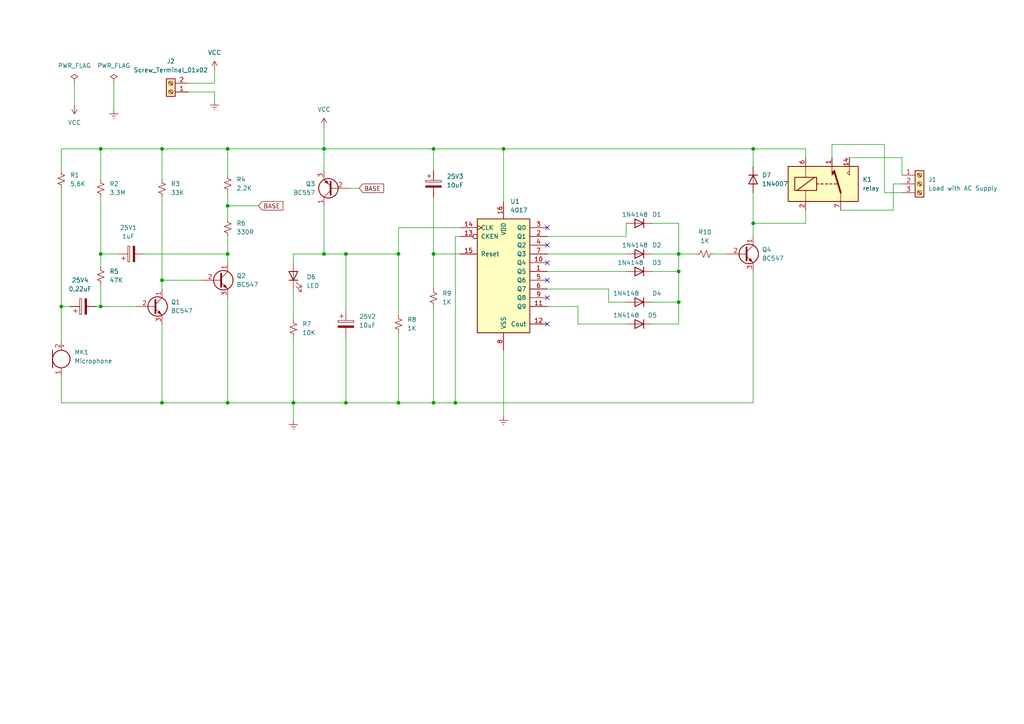
<source format=kicad_sch>
(kicad_sch (version 20230121) (generator eeschema)
  (paper "A4")
  (title_block (title "Clap Controlled Switch ") (date "27.01.2023") (rev "1.0") (company "by Muxtar_Safarov"))
  (lib_symbols
    (symbol "4xxx:4017" (pin_names (offset 1.016))
      (property "Reference" "U" (at -7.62 16.51 0))
      (property "Value" "4017" (at -7.62 -19.05 0))
      (symbol "4017_1_0"
        (pin output line (at 12.7 0 180) (length 5.08) (name "Q5") (number "1"))
        (pin output line (at 12.7 2.54 180) (length 5.08) (name "Q4") (number "10"))
        (pin output line (at 12.7 -10.16 180) (length 5.08) (name "Q9") (number "11"))
        (pin output line (at 12.7 -15.24 180) (length 5.08) (name "Cout") (number "12"))
        (pin input inverted (at -12.7 10.16 0) (length 5.08) (name "CKEN") (number "13"))
        (pin input clock (at -12.7 12.7 0) (length 5.08) (name "CLK") (number "14"))
        (pin input line (at -12.7 5.08 0) (length 5.08) (name "Reset") (number "15"))
        (pin power_in line (at 0 20.32 270) (length 5.08) (name "VDD") (number "16"))
        (pin output line (at 12.7 10.16 180) (length 5.08) (name "Q1") (number "2"))
        (pin output line (at 12.7 12.7 180) (length 5.08) (name "Q0") (number "3"))
        (pin output line (at 12.7 7.62 180) (length 5.08) (name "Q2") (number "4"))
        (pin output line (at 12.7 -2.54 180) (length 5.08) (name "Q6") (number "5"))
        (pin output line (at 12.7 -5.08 180) (length 5.08) (name "Q7") (number "6"))
        (pin output line (at 12.7 5.08 180) (length 5.08) (name "Q3") (number "7"))
        (pin power_in line (at 0 -22.86 90) (length 5.08) (name "VSS") (number "8"))
        (pin output line (at 12.7 -7.62 180) (length 5.08) (name "Q8") (number "9"))
      )
      (symbol "4017_1_1"
        (rectangle (start -7.62 15.24) (end 7.62 -17.78) (stroke (width 0.254)) (fill (type background)))
      )
    )
    (symbol "Connector:Screw_Terminal_01x02" (pin_names (offset 1.016) hide)
      (property "Reference" "J" (at 0 2.54 0))
      (property "Value" "Screw_Terminal_01x02" (at 0 -5.08 0))
      (symbol "Screw_Terminal_01x02_1_1"
        (rectangle (start -1.27 1.27) (end 1.27 -3.81) (stroke (width 0.254)) (fill (type background)))
        (circle (center 0 -2.54) (radius 0.635) (stroke (width 0.1524)))
        (polyline (pts (xy -0.5334 -2.2098) (xy 0.3302 -3.048)) (stroke (width 0.1524)))
        (polyline (pts (xy -0.5334 0.3302) (xy 0.3302 -0.508)) (stroke (width 0.1524)))
        (polyline (pts (xy -0.3556 -2.032) (xy 0.508 -2.8702)) (stroke (width 0.1524)))
        (polyline (pts (xy -0.3556 0.508) (xy 0.508 -0.3302)) (stroke (width 0.1524)))
        (circle (center 0 0) (radius 0.635) (stroke (width 0.1524)))
        (pin passive line (at -5.08 0 0) (length 3.81) (name "Pin_1") (number "1"))
        (pin passive line (at -5.08 -2.54 0) (length 3.81) (name "Pin_2") (number "2"))
      )
    )
    (symbol "Connector:Screw_Terminal_01x03" (pin_names (offset 1.016) hide)
      (property "Reference" "J" (at 0 5.08 0))
      (property "Value" "Screw_Terminal_01x03" (at 0 -5.08 0))
      (symbol "Screw_Terminal_01x03_1_1"
        (rectangle (start -1.27 3.81) (end 1.27 -3.81) (stroke (width 0.254)) (fill (type background)))
        (circle (center 0 -2.54) (radius 0.635) (stroke (width 0.1524)))
        (polyline (pts (xy -0.5334 -2.2098) (xy 0.3302 -3.048)) (stroke (width 0.1524)))
        (polyline (pts (xy -0.5334 0.3302) (xy 0.3302 -0.508)) (stroke (width 0.1524)))
        (polyline (pts (xy -0.5334 2.8702) (xy 0.3302 2.032)) (stroke (width 0.1524)))
        (polyline (pts (xy -0.3556 -2.032) (xy 0.508 -2.8702)) (stroke (width 0.1524)))
        (polyline (pts (xy -0.3556 0.508) (xy 0.508 -0.3302)) (stroke (width 0.1524)))
        (polyline (pts (xy -0.3556 3.048) (xy 0.508 2.2098)) (stroke (width 0.1524)))
        (circle (center 0 0) (radius 0.635) (stroke (width 0.1524)))
        (circle (center 0 2.54) (radius 0.635) (stroke (width 0.1524)))
        (pin passive line (at -5.08 2.54 0) (length 3.81) (name "Pin_1") (number "1"))
        (pin passive line (at -5.08 0 0) (length 3.81) (name "Pin_2") (number "2"))
        (pin passive line (at -5.08 -2.54 0) (length 3.81) (name "Pin_3") (number "3"))
      )
    )
    (symbol "Device:C_Polarized" (pin_numbers hide) (pin_names (offset 0.254))
      (property "Reference" "C" (at 0.635 2.54 0))
      (property "Value" "C_Polarized" (at 0.635 -2.54 0))
      (symbol "C_Polarized_0_1"
        (rectangle (start -2.286 0.508) (end 2.286 1.016))
        (polyline (pts (xy -1.778 2.286) (xy -0.762 2.286)))
        (polyline (pts (xy -1.27 2.794) (xy -1.27 1.778)))
        (rectangle (start 2.286 -0.508) (end -2.286 -1.016) (fill (type outline)))
      )
      (symbol "C_Polarized_1_1"
        (pin passive line (at 0 3.81 270) (length 2.794) (name "~") (number "1"))
        (pin passive line (at 0 -3.81 90) (length 2.794) (name "~") (number "2"))
      )
    )
    (symbol "Device:LED" (pin_numbers hide) (pin_names (offset 1.016) hide)
      (property "Reference" "D" (at 0 2.54 0))
      (property "Value" "LED" (at 0 -2.54 0))
      (symbol "LED_0_1"
        (polyline (pts (xy -1.27 -1.27) (xy -1.27 1.27)) (stroke (width 0.254)))
        (polyline (pts (xy -1.27 0) (xy 1.27 0)))
        (polyline (pts (xy 1.27 -1.27) (xy 1.27 1.27) (xy -1.27 0) (xy 1.27 -1.27)) (stroke (width 0.254)))
        (polyline (pts (xy -3.048 -0.762) (xy -4.572 -2.286) (xy -3.81 -2.286) (xy -4.572 -2.286) (xy -4.572 -1.524)))
        (polyline (pts (xy -1.778 -0.762) (xy -3.302 -2.286) (xy -2.54 -2.286) (xy -3.302 -2.286) (xy -3.302 -1.524)))
      )
      (symbol "LED_1_1"
        (pin passive line (at -3.81 0 0) (length 2.54) (name "K") (number "1"))
        (pin passive line (at 3.81 0 180) (length 2.54) (name "A") (number "2"))
      )
    )
    (symbol "Device:Microphone" (pin_names (offset 0.0254) hide)
      (property "Reference" "MK" (at -3.81 1.27 0))
      (property "Value" "Microphone" (at -3.81 -0.635 0))
      (symbol "Microphone_0_1"
        (polyline (pts (xy -2.54 2.54) (xy -2.54 -2.54)) (stroke (width 0.254)))
        (polyline (pts (xy 0.254 3.81) (xy 0.762 3.81)))
        (polyline (pts (xy 0.508 4.064) (xy 0.508 3.556)))
        (circle (center 0 0) (radius 2.54) (stroke (width 0.254)))
      )
      (symbol "Microphone_1_1"
        (pin passive line (at 0 -5.08 90) (length 2.54) (name "-") (number "1"))
        (pin passive line (at 0 5.08 270) (length 2.54) (name "+") (number "2"))
      )
    )
    (symbol "Device:R_Small_US" (pin_numbers hide) (pin_names (offset 0.254) hide)
      (property "Reference" "R" (at 0.762 0.508 0))
      (property "Value" "R_Small_US" (at 0.762 -1.016 0))
      (symbol "R_Small_US_1_1"
        (polyline (pts (xy 0 0) (xy 1.016 -0.381) (xy 0 -0.762) (xy -1.016 -1.143) (xy 0 -1.524)))
        (polyline (pts (xy 0 1.524) (xy 1.016 1.143) (xy 0 0.762) (xy -1.016 0.381) (xy 0 0)))
        (pin passive line (at 0 2.54 270) (length 1.016) (name "~") (number "1"))
        (pin passive line (at 0 -2.54 90) (length 1.016) (name "~") (number "2"))
      )
    )
    (symbol "Diode:1N4007" (pin_numbers hide) (pin_names hide)
      (property "Reference" "D" (at 0 2.54 0))
      (property "Value" "1N4007" (at 0 -2.54 0))
      (symbol "1N4007_0_1"
        (polyline (pts (xy -1.27 1.27) (xy -1.27 -1.27)) (stroke (width 0.254)))
        (polyline (pts (xy 1.27 0) (xy -1.27 0)))
        (polyline (pts (xy 1.27 1.27) (xy 1.27 -1.27) (xy -1.27 0) (xy 1.27 1.27)) (stroke (width 0.254)))
      )
      (symbol "1N4007_1_1"
        (pin passive line (at -3.81 0 0) (length 2.54) (name "K") (number "1"))
        (pin passive line (at 3.81 0 180) (length 2.54) (name "A") (number "2"))
      )
    )
    (symbol "Diode:1N4148" (pin_numbers hide) (pin_names hide)
      (property "Reference" "D" (at 0 2.54 0))
      (property "Value" "1N4148" (at 0 -2.54 0))
      (symbol "1N4148_0_1"
        (polyline (pts (xy -1.27 1.27) (xy -1.27 -1.27)) (stroke (width 0.254)))
        (polyline (pts (xy 1.27 0) (xy -1.27 0)))
        (polyline (pts (xy 1.27 1.27) (xy 1.27 -1.27) (xy -1.27 0) (xy 1.27 1.27)) (stroke (width 0.254)))
      )
      (symbol "1N4148_1_1"
        (pin passive line (at -3.81 0 0) (length 2.54) (name "K") (number "1"))
        (pin passive line (at 3.81 0 180) (length 2.54) (name "A") (number "2"))
      )
    )
    (symbol "Relay:DIPxx-1Cxx-51x"
      (property "Reference" "K" (at 11.43 3.81 0))
      (property "Value" "DIPxx-1Cxx-51x" (at 11.43 1.27 0))
      (symbol "DIPxx-1Cxx-51x_0_0"
        (polyline (pts (xy 2.54 5.08) (xy 2.54 2.54) (xy 3.175 3.175) (xy 2.54 3.81)) (fill (type outline)))
        (polyline (pts (xy 7.62 5.08) (xy 7.62 2.54) (xy 6.985 3.175) (xy 7.62 3.81)))
      )
      (symbol "DIPxx-1Cxx-51x_0_1"
        (rectangle (start -10.16 5.08) (end 10.16 -5.08) (stroke (width 0.254)) (fill (type background)))
        (rectangle (start -8.255 1.905) (end -1.905 -1.905) (stroke (width 0.254)))
        (polyline (pts (xy -7.62 -1.905) (xy -2.54 1.905)) (stroke (width 0.254)))
        (polyline (pts (xy -5.08 -5.08) (xy -5.08 -1.905)))
        (polyline (pts (xy -5.08 5.08) (xy -5.08 1.905)))
        (polyline (pts (xy -1.905 0) (xy -1.27 0)) (stroke (width 0.254)))
        (polyline (pts (xy -0.635 0) (xy 0 0)) (stroke (width 0.254)))
        (polyline (pts (xy 0.635 0) (xy 1.27 0)) (stroke (width 0.254)))
        (polyline (pts (xy 1.905 0) (xy 2.54 0)) (stroke (width 0.254)))
        (polyline (pts (xy 3.175 0) (xy 3.81 0)) (stroke (width 0.254)))
        (polyline (pts (xy 5.08 -2.54) (xy 3.175 3.81)) (stroke (width 0.508)))
        (polyline (pts (xy 5.08 -2.54) (xy 5.08 -5.08)))
      )
      (symbol "DIPxx-1Cxx-51x_1_1"
        (pin passive line (at 2.54 7.62 270) (length 2.54) (name "~") (number "1"))
        (pin passive line (at 7.62 7.62 270) (length 2.54) (name "~") (number "14"))
        (pin passive line (at -5.08 -7.62 90) (length 2.54) (name "~") (number "2"))
        (pin passive line (at -5.08 7.62 270) (length 2.54) (name "~") (number "6"))
        (pin passive line (at 5.08 -7.62 90) (length 2.54) (name "~") (number "7"))
        (pin passive line (at 5.08 -7.62 90) (length 2.54) hide (name "~") (number "8"))
      )
    )
    (symbol "Transistor_BJT:BC547" (pin_names (offset 0) hide)
      (property "Reference" "Q" (at 5.08 1.905 0))
      (property "Value" "BC547" (at 5.08 0 0))
      (symbol "BC547_0_1"
        (polyline (pts (xy 0 0) (xy 0.635 0)))
        (polyline (pts (xy 0.635 0.635) (xy 2.54 2.54)))
        (polyline (pts (xy 0.635 -0.635) (xy 2.54 -2.54) (xy 2.54 -2.54)))
        (polyline (pts (xy 0.635 1.905) (xy 0.635 -1.905) (xy 0.635 -1.905)) (stroke (width 0.508)))
        (polyline (pts (xy 1.27 -1.778) (xy 1.778 -1.27) (xy 2.286 -2.286) (xy 1.27 -1.778) (xy 1.27 -1.778)) (fill (type outline)))
        (circle (center 1.27 0) (radius 2.8194) (stroke (width 0.254)))
      )
      (symbol "BC547_1_1"
        (pin passive line (at 2.54 5.08 270) (length 2.54) (name "C") (number "1"))
        (pin input line (at -5.08 0 0) (length 5.08) (name "B") (number "2"))
        (pin passive line (at 2.54 -5.08 90) (length 2.54) (name "E") (number "3"))
      )
    )
    (symbol "Transistor_BJT:BC557" (pin_names (offset 0) hide)
      (property "Reference" "Q" (at 5.08 1.905 0))
      (property "Value" "BC557" (at 5.08 0 0))
      (symbol "BC557_0_1"
        (polyline (pts (xy 0.635 0.635) (xy 2.54 2.54)))
        (polyline (pts (xy 0.635 -0.635) (xy 2.54 -2.54) (xy 2.54 -2.54)))
        (polyline (pts (xy 0.635 1.905) (xy 0.635 -1.905) (xy 0.635 -1.905)) (stroke (width 0.508)))
        (polyline (pts (xy 2.286 -1.778) (xy 1.778 -2.286) (xy 1.27 -1.27) (xy 2.286 -1.778) (xy 2.286 -1.778)) (fill (type outline)))
        (circle (center 1.27 0) (radius 2.8194) (stroke (width 0.254)))
      )
      (symbol "BC557_1_1"
        (pin passive line (at 2.54 5.08 270) (length 2.54) (name "C") (number "1"))
        (pin input line (at -5.08 0 0) (length 5.715) (name "B") (number "2"))
        (pin passive line (at 2.54 -5.08 90) (length 2.54) (name "E") (number "3"))
      )
    )
    (symbol "power:Earth" (power) (pin_names (offset 0))
      (symbol "Earth_0_1"
        (polyline (pts (xy -0.635 -1.905) (xy 0.635 -1.905)))
        (polyline (pts (xy -0.127 -2.54) (xy 0.127 -2.54)))
        (polyline (pts (xy 0 -1.27) (xy 0 0)))
        (polyline (pts (xy 1.27 -1.27) (xy -1.27 -1.27)))
      )
      (symbol "Earth_1_1"
        (pin power_in line (at 0 0 270) (length 0) hide (name "Earth") (number "1"))
      )
    )
    (symbol "power:PWR_FLAG" (power) (pin_numbers hide) (pin_names (offset 0) hide)
      (property "Value" "PWR_FLAG" (at 0 3.81 0))
      (symbol "PWR_FLAG_0_0"
        (pin power_out line (at 0 0 90) (length 0) (name "pwr") (number "1"))
      )
      (symbol "PWR_FLAG_0_1"
        (polyline (pts (xy 0 0) (xy 0 1.27) (xy -1.016 1.905) (xy 0 2.54) (xy 1.016 1.905) (xy 0 1.27)))
      )
    )
    (symbol "power:VCC" (power) (pin_names (offset 0))
      (property "Value" "VCC" (at 0 3.81 0))
      (symbol "VCC_0_1"
        (polyline (pts (xy -0.762 1.27) (xy 0 2.54)))
        (polyline (pts (xy 0 0) (xy 0 2.54)))
        (polyline (pts (xy 0 2.54) (xy 0.762 1.27)))
      )
      (symbol "VCC_1_1"
        (pin power_in line (at 0 0 90) (length 0) hide (name "VCC") (number "1"))
      )
    )
  )
  (junction (at 46.99 116.84))
  (junction (at 93.98 73.66))
  (junction (at 125.73 43.18))
  (junction (at 125.73 116.84))
  (junction (at 196.85 78.74))
  (junction (at 66.04 116.84))
  (junction (at 46.99 43.18))
  (junction (at 66.04 43.18))
  (junction (at 218.44 64.77))
  (junction (at 29.21 73.66))
  (junction (at 17.78 88.9))
  (junction (at 196.85 87.63))
  (junction (at 146.05 43.18))
  (junction (at 85.09 116.84))
  (junction (at 100.33 116.84))
  (junction (at 29.21 43.18))
  (junction (at 66.04 59.69))
  (junction (at 125.73 73.66))
  (junction (at 93.98 43.18))
  (junction (at 218.44 43.18))
  (junction (at 100.33 73.66))
  (junction (at 196.85 73.66))
  (junction (at 46.99 81.28))
  (junction (at 66.04 73.66))
  (junction (at 115.57 73.66))
  (junction (at 29.21 88.9))
  (junction (at 115.57 116.84))
  (junction (at 132.08 116.84))
  (no_connect (at 158.75 66.04))
  (no_connect (at 158.75 76.2))
  (no_connect (at 158.75 71.12))
  (no_connect (at 158.75 86.36))
  (no_connect (at 158.75 93.98))
  (no_connect (at 158.75 81.28))
  (wire (pts (xy 218.44 78.74) (xy 218.44 116.84)))
  (wire (pts (xy 241.3 41.91) (xy 241.3 45.72)))
  (wire (pts (xy 176.53 83.82) (xy 176.53 87.63)))
  (wire (pts (xy 233.68 45.72) (xy 233.68 43.18)))
  (wire (pts (xy 189.23 87.63) (xy 196.85 87.63)))
  (wire (pts (xy 74.93 59.69) (xy 66.04 59.69)))
  (wire (pts (xy 158.75 68.58) (xy 181.61 68.58)))
  (wire (pts (xy 46.99 81.28) (xy 58.42 81.28)))
  (wire (pts (xy 146.05 43.18) (xy 125.73 43.18)))
  (wire (pts (xy 66.04 73.66) (xy 66.04 76.2)))
  (wire (pts (xy 256.54 41.91) (xy 241.3 41.91)))
  (wire (pts (xy 261.62 50.8) (xy 261.62 45.72)))
  (wire (pts (xy 46.99 57.15) (xy 46.99 81.28)))
  (wire (pts (xy 233.68 64.77) (xy 218.44 64.77)))
  (wire (pts (xy 100.33 116.84) (xy 85.09 116.84)))
  (wire (pts (xy 101.6 54.61) (xy 104.14 54.61)))
  (wire (pts (xy 66.04 116.84) (xy 85.09 116.84)))
  (wire (pts (xy 115.57 73.66) (xy 100.33 73.66)))
  (wire (pts (xy 29.21 73.66) (xy 29.21 77.47)))
  (wire (pts (xy 115.57 91.44) (xy 115.57 73.66)))
  (wire (pts (xy 196.85 93.98) (xy 189.23 93.98)))
  (wire (pts (xy 62.23 20.32) (xy 62.23 24.13)))
  (wire (pts (xy 85.09 116.84) (xy 85.09 121.92)))
  (wire (pts (xy 21.59 24.13) (xy 21.59 30.48)))
  (wire (pts (xy 29.21 88.9) (xy 27.94 88.9)))
  (wire (pts (xy 218.44 64.77) (xy 218.44 68.58)))
  (wire (pts (xy 189.23 64.77) (xy 196.85 64.77)))
  (wire (pts (xy 100.33 73.66) (xy 93.98 73.66)))
  (wire (pts (xy 85.09 83.82) (xy 85.09 92.71)))
  (wire (pts (xy 66.04 43.18) (xy 66.04 50.8)))
  (wire (pts (xy 17.78 109.22) (xy 17.78 116.84)))
  (wire (pts (xy 17.78 43.18) (xy 17.78 49.53)))
  (wire (pts (xy 132.08 68.58) (xy 132.08 116.84)))
  (wire (pts (xy 158.75 83.82) (xy 176.53 83.82)))
  (wire (pts (xy 259.08 53.34) (xy 259.08 60.96)))
  (wire (pts (xy 46.99 43.18) (xy 66.04 43.18)))
  (wire (pts (xy 218.44 43.18) (xy 233.68 43.18)))
  (wire (pts (xy 93.98 36.83) (xy 93.98 43.18)))
  (wire (pts (xy 46.99 116.84) (xy 66.04 116.84)))
  (wire (pts (xy 17.78 54.61) (xy 17.78 88.9)))
  (wire (pts (xy 66.04 68.58) (xy 66.04 73.66)))
  (wire (pts (xy 196.85 87.63) (xy 196.85 93.98)))
  (wire (pts (xy 207.01 73.66) (xy 210.82 73.66)))
  (wire (pts (xy 100.33 97.79) (xy 100.33 116.84)))
  (wire (pts (xy 196.85 64.77) (xy 196.85 73.66)))
  (wire (pts (xy 20.32 88.9) (xy 17.78 88.9)))
  (wire (pts (xy 62.23 26.67) (xy 62.23 29.21)))
  (wire (pts (xy 133.35 73.66) (xy 125.73 73.66)))
  (wire (pts (xy 218.44 48.26) (xy 218.44 43.18)))
  (wire (pts (xy 246.38 45.72) (xy 261.62 45.72)))
  (wire (pts (xy 17.78 116.84) (xy 46.99 116.84)))
  (wire (pts (xy 46.99 52.07) (xy 46.99 43.18)))
  (wire (pts (xy 167.64 88.9) (xy 167.64 93.98)))
  (wire (pts (xy 66.04 86.36) (xy 66.04 116.84)))
  (wire (pts (xy 85.09 97.79) (xy 85.09 116.84)))
  (wire (pts (xy 189.23 73.66) (xy 196.85 73.66)))
  (wire (pts (xy 125.73 116.84) (xy 132.08 116.84)))
  (wire (pts (xy 218.44 55.88) (xy 218.44 64.77)))
  (wire (pts (xy 29.21 82.55) (xy 29.21 88.9)))
  (wire (pts (xy 33.02 24.13) (xy 33.02 31.75)))
  (wire (pts (xy 196.85 73.66) (xy 201.93 73.66)))
  (wire (pts (xy 167.64 93.98) (xy 181.61 93.98)))
  (wire (pts (xy 233.68 60.96) (xy 233.68 64.77)))
  (wire (pts (xy 158.75 73.66) (xy 181.61 73.66)))
  (wire (pts (xy 132.08 116.84) (xy 218.44 116.84)))
  (wire (pts (xy 29.21 57.15) (xy 29.21 73.66)))
  (wire (pts (xy 29.21 43.18) (xy 46.99 43.18)))
  (wire (pts (xy 46.99 81.28) (xy 46.99 83.82)))
  (wire (pts (xy 34.29 73.66) (xy 29.21 73.66)))
  (wire (pts (xy 115.57 66.04) (xy 115.57 73.66)))
  (wire (pts (xy 41.91 73.66) (xy 66.04 73.66)))
  (wire (pts (xy 132.08 68.58) (xy 133.35 68.58)))
  (wire (pts (xy 259.08 53.34) (xy 261.62 53.34)))
  (wire (pts (xy 125.73 49.53) (xy 125.73 43.18)))
  (wire (pts (xy 256.54 55.88) (xy 256.54 41.91)))
  (wire (pts (xy 66.04 59.69) (xy 66.04 63.5)))
  (wire (pts (xy 17.78 88.9) (xy 17.78 99.06)))
  (wire (pts (xy 125.73 88.9) (xy 125.73 116.84)))
  (wire (pts (xy 66.04 43.18) (xy 93.98 43.18)))
  (wire (pts (xy 115.57 116.84) (xy 100.33 116.84)))
  (wire (pts (xy 115.57 96.52) (xy 115.57 116.84)))
  (wire (pts (xy 54.61 26.67) (xy 62.23 26.67)))
  (wire (pts (xy 100.33 90.17) (xy 100.33 73.66)))
  (wire (pts (xy 125.73 116.84) (xy 115.57 116.84)))
  (wire (pts (xy 158.75 88.9) (xy 167.64 88.9)))
  (wire (pts (xy 176.53 87.63) (xy 181.61 87.63)))
  (wire (pts (xy 146.05 58.42) (xy 146.05 43.18)))
  (wire (pts (xy 46.99 93.98) (xy 46.99 116.84)))
  (wire (pts (xy 17.78 43.18) (xy 29.21 43.18)))
  (wire (pts (xy 93.98 73.66) (xy 85.09 73.66)))
  (wire (pts (xy 259.08 60.96) (xy 243.84 60.96)))
  (wire (pts (xy 133.35 66.04) (xy 115.57 66.04)))
  (wire (pts (xy 189.23 78.74) (xy 196.85 78.74)))
  (wire (pts (xy 125.73 73.66) (xy 125.73 83.82)))
  (wire (pts (xy 39.37 88.9) (xy 29.21 88.9)))
  (wire (pts (xy 196.85 78.74) (xy 196.85 87.63)))
  (wire (pts (xy 66.04 55.88) (xy 66.04 59.69)))
  (wire (pts (xy 93.98 59.69) (xy 93.98 73.66)))
  (wire (pts (xy 93.98 43.18) (xy 93.98 49.53)))
  (wire (pts (xy 62.23 24.13) (xy 54.61 24.13)))
  (wire (pts (xy 196.85 73.66) (xy 196.85 78.74)))
  (wire (pts (xy 85.09 73.66) (xy 85.09 76.2)))
  (wire (pts (xy 125.73 73.66) (xy 125.73 57.15)))
  (wire (pts (xy 158.75 78.74) (xy 181.61 78.74)))
  (wire (pts (xy 125.73 43.18) (xy 93.98 43.18)))
  (wire (pts (xy 261.62 55.88) (xy 256.54 55.88)))
  (wire (pts (xy 218.44 43.18) (xy 146.05 43.18)))
  (wire (pts (xy 29.21 43.18) (xy 29.21 52.07)))
  (wire (pts (xy 146.05 101.6) (xy 146.05 120.65)))
  (wire (pts (xy 181.61 68.58) (xy 181.61 64.77)))
  (global_label "BASE" (shape input) (at 104.14 54.61 0) (property "Intersheetrefs" "${INTERSHEET_REFS}" (effects hide)))
  (global_label "BASE" (shape input) (at 74.93 59.69 0) (property "Intersheetrefs" "${INTERSHEET_REFS}" (effects hide)))
  (symbol (lib_id "Device:R_Small_US") (at 66.04 66.04 0) (unit 1)
    (property "Reference" "R6" (at 68.58 64.77 0) (effects (justify left)))
    (property "Value" "330R" (at 68.58 67.31 0) (effects (justify left)))
    (property "Footprint" "Resistor_THT:R_Axial_DIN0309_L9.0mm_D3.2mm_P12.70mm_Horizontal" (effects hide))
  )
  (symbol (lib_id "Device:C_Polarized") (at 24.13 88.9 90) (unit 1)
    (property "Reference" "25V4" (at 23.241 81.28 90))
    (property "Value" "0,22uF" (at 23.241 83.82 90))
    (property "Footprint" "Capacitor_THT:CP_Radial_D14.0mm_P7.50mm" (effects hide))
  )
  (symbol (lib_id "Transistor_BJT:BC547") (at 215.9 73.66 0) (unit 1)
    (property "Reference" "Q4" (at 220.98 72.39 0) (effects (justify left)))
    (property "Value" "BC547" (at 220.98 74.93 0) (effects (justify left)))
    (property "Footprint" "Package_TO_SOT_THT:TO-92_Inline" (effects hide))
    (property "Datasheet" "https://www.onsemi.com/pub/Collateral/BC550-D.pdf" (effects hide))
  )
  (symbol (lib_id "power:PWR_FLAG") (at 33.02 24.13 0) (unit 1)
    (property "Reference" "#FLG02" (effects hide))
    (property "Value" "PWR_FLAG" (at 33.02 19.05 0))
  )
  (symbol (lib_id "power:VCC") (at 62.23 20.32 0) (unit 1)
    (property "Reference" "#PWR06" (effects hide))
    (property "Value" "VCC" (at 62.23 15.24 0))
  )
  (symbol (lib_id "Device:R_Small_US") (at 46.99 54.61 0) (unit 1)
    (property "Reference" "R3" (at 49.53 53.34 0) (effects (justify left)))
    (property "Value" "33K" (at 49.53 55.88 0) (effects (justify left)))
    (property "Footprint" "Resistor_THT:R_Axial_DIN0309_L9.0mm_D3.2mm_P12.70mm_Horizontal" (effects hide))
  )
  (symbol (lib_id "Diode:1N4148") (at 185.42 87.63 180) (unit 1)
    (property "Reference" "D4" (at 190.5 85.09 0))
    (property "Value" "1N4148" (at 181.61 85.09 0))
    (property "Footprint" "Diode_THT:D_DO-35_SOD27_P7.62mm_Horizontal" (effects hide))
    (property "Datasheet" "https://assets.nexperia.com/documents/data-sheet/1N4148_1N4448.pdf" (effects hide))
    (property "Sim.Device" "D" (effects hide))
    (property "Sim.Pins" "1=K 2=A" (effects hide))
  )
  (symbol (lib_id "Diode:1N4148") (at 185.42 73.66 180) (unit 1)
    (property "Reference" "D2" (at 190.5 71.12 0))
    (property "Value" "1N4148" (at 184.15 71.12 0))
    (property "Footprint" "Diode_THT:D_DO-35_SOD27_P7.62mm_Horizontal" (effects hide))
    (property "Datasheet" "https://assets.nexperia.com/documents/data-sheet/1N4148_1N4448.pdf" (effects hide))
    (property "Sim.Device" "D" (effects hide))
    (property "Sim.Pins" "1=K 2=A" (effects hide))
  )
  (symbol (lib_id "power:Earth") (at 33.02 31.75 0) (unit 1)
    (property "Reference" "#PWR05" (effects hide))
    (property "Value" "Earth" (effects hide))
  )
  (symbol (lib_id "Connector:Screw_Terminal_01x02") (at 49.53 26.67 180) (unit 1)
    (property "Reference" "J2" (at 49.53 17.78 0))
    (property "Value" "Screw_Terminal_01x02" (at 49.53 20.32 0))
    (property "Footprint" "TerminalBlock:TerminalBlock_bornier-2_P5.08mm" (effects hide))
  )
  (symbol (lib_id "Device:R_Small_US") (at 115.57 93.98 0) (unit 1)
    (property "Reference" "R8" (at 118.11 92.71 0) (effects (justify left)))
    (property "Value" "1K" (at 118.11 95.25 0) (effects (justify left)))
    (property "Footprint" "Resistor_THT:R_Axial_DIN0309_L9.0mm_D3.2mm_P12.70mm_Horizontal" (effects hide))
  )
  (symbol (lib_id "power:Earth") (at 62.23 29.21 0) (unit 1)
    (property "Reference" "#PWR07" (effects hide))
    (property "Value" "Earth" (effects hide))
  )
  (symbol (lib_id "Device:R_Small_US") (at 204.47 73.66 90) (unit 1)
    (property "Reference" "R10" (at 204.47 67.31 90))
    (property "Value" "1K" (at 204.47 69.85 90))
    (property "Footprint" "Resistor_THT:R_Axial_DIN0309_L9.0mm_D3.2mm_P12.70mm_Horizontal" (effects hide))
  )
  (symbol (lib_id "power:VCC") (at 93.98 36.83 0) (unit 1)
    (property "Reference" "#PWR01" (effects hide))
    (property "Value" "VCC" (at 93.98 31.75 0))
  )
  (symbol (lib_id "power:VCC") (at 21.59 30.48 180) (unit 1)
    (property "Reference" "#PWR04" (effects hide))
    (property "Value" "VCC" (at 21.59 35.56 0))
  )
  (symbol (lib_id "Transistor_BJT:BC547") (at 44.45 88.9 0) (unit 1)
    (property "Reference" "Q1" (at 49.53 87.63 0) (effects (justify left)))
    (property "Value" "BC547" (at 49.53 90.17 0) (effects (justify left)))
    (property "Footprint" "Package_TO_SOT_THT:TO-92_Inline" (effects hide))
    (property "Datasheet" "https://www.onsemi.com/pub/Collateral/BC550-D.pdf" (effects hide))
  )
  (symbol (lib_id "4xxx:4017") (at 146.05 78.74 0) (unit 1)
    (property "Reference" "U1" (at 148.0059 58.42 0) (effects (justify left)))
    (property "Value" "4017" (at 148.0059 60.96 0) (effects (justify left)))
    (property "Footprint" "Package_DIP:DIP-16_W7.62mm" (effects hide))
    (property "Datasheet" "http://www.intersil.com/content/dam/Intersil/documents/cd40/cd4017bms-22bms.pdf" (effects hide))
  )
  (symbol (lib_id "Device:R_Small_US") (at 29.21 80.01 0) (unit 1)
    (property "Reference" "R5" (at 31.75 78.74 0) (effects (justify left)))
    (property "Value" "47K" (at 31.75 81.28 0) (effects (justify left)))
    (property "Footprint" "Resistor_THT:R_Axial_DIN0309_L9.0mm_D3.2mm_P12.70mm_Horizontal" (effects hide))
  )
  (symbol (lib_id "Transistor_BJT:BC547") (at 63.5 81.28 0) (unit 1)
    (property "Reference" "Q2" (at 68.58 80.01 0) (effects (justify left)))
    (property "Value" "BC547" (at 68.58 82.55 0) (effects (justify left)))
    (property "Footprint" "Package_TO_SOT_THT:TO-92_Inline" (effects hide))
    (property "Datasheet" "https://www.onsemi.com/pub/Collateral/BC550-D.pdf" (effects hide))
  )
  (symbol (lib_id "Relay:DIPxx-1Cxx-51x") (at 238.76 53.34 0) (unit 1)
    (property "Reference" "K1" (at 250.19 52.07 0) (effects (justify left)))
    (property "Value" "relay" (at 250.19 54.61 0) (effects (justify left)))
    (property "Footprint" "Relay_THT:Relay_StandexMeder_DIP_LowProfile" (effects hide))
    (property "Datasheet" "https://standexelectronics.com/wp-content/uploads/datasheet_reed_relay_DIP.pdf" (effects hide))
  )
  (symbol (lib_id "Device:Microphone") (at 17.78 104.14 0) (unit 1)
    (property "Reference" "MK1" (at 21.59 102.1715 0) (effects (justify left)))
    (property "Value" "Microphone" (at 21.59 104.7115 0) (effects (justify left)))
    (property "Footprint" "TerminalBlock:TerminalBlock_bornier-2_P5.08mm" (effects hide))
  )
  (symbol (lib_id "Diode:1N4007") (at 218.44 52.07 270) (unit 1)
    (property "Reference" "D7" (at 220.98 50.8 90) (effects (justify left)))
    (property "Value" "1N4007" (at 220.98 53.34 90) (effects (justify left)))
    (property "Footprint" "Diode_THT:D_DO-41_SOD81_P10.16mm_Horizontal" (effects hide))
    (property "Datasheet" "http://www.vishay.com/docs/88503/1n4001.pdf" (effects hide))
    (property "Sim.Device" "D" (effects hide))
    (property "Sim.Pins" "1=K 2=A" (effects hide))
  )
  (symbol (lib_id "Connector:Screw_Terminal_01x03") (at 266.7 53.34 0) (unit 1)
    (property "Reference" "J1" (at 269.24 52.07 0) (effects (justify left)))
    (property "Value" "Load with AC Supply" (at 269.24 54.61 0) (effects (justify left)))
    (property "Footprint" "TerminalBlock:TerminalBlock_bornier-3_P5.08mm" (effects hide))
  )
  (symbol (lib_id "Transistor_BJT:BC557") (at 96.52 54.61 180) (unit 1)
    (property "Reference" "Q3" (at 91.44 53.34 0) (effects (justify left)))
    (property "Value" "BC557" (at 91.44 55.88 0) (effects (justify left)))
    (property "Footprint" "Package_TO_SOT_THT:TO-92_Inline" (effects hide))
    (property "Datasheet" "https://www.onsemi.com/pub/Collateral/BC556BTA-D.pdf" (effects hide))
  )
  (symbol (lib_id "Device:R_Small_US") (at 85.09 95.25 0) (unit 1)
    (property "Reference" "R7" (at 87.63 93.98 0) (effects (justify left)))
    (property "Value" "10K" (at 87.63 96.52 0) (effects (justify left)))
    (property "Footprint" "Resistor_THT:R_Axial_DIN0309_L9.0mm_D3.2mm_P12.70mm_Horizontal" (effects hide))
  )
  (symbol (lib_id "Device:C_Polarized") (at 100.33 93.98 0) (unit 1)
    (property "Reference" "25V2" (at 104.14 91.821 0) (effects (justify left)))
    (property "Value" "10uF" (at 104.14 94.361 0) (effects (justify left)))
    (property "Footprint" "Capacitor_THT:CP_Radial_D14.0mm_P7.50mm" (effects hide))
  )
  (symbol (lib_id "Device:R_Small_US") (at 125.73 86.36 0) (unit 1)
    (property "Reference" "R9" (at 128.27 85.09 0) (effects (justify left)))
    (property "Value" "1K" (at 128.27 87.63 0) (effects (justify left)))
    (property "Footprint" "Resistor_THT:R_Axial_DIN0309_L9.0mm_D3.2mm_P12.70mm_Horizontal" (effects hide))
  )
  (symbol (lib_id "Device:LED") (at 85.09 80.01 90) (unit 1)
    (property "Reference" "D6" (at 88.9 80.3275 90) (effects (justify right)))
    (property "Value" "LED" (at 88.9 82.8675 90) (effects (justify right)))
    (property "Footprint" "LED_THT:LED_D5.0mm" (effects hide))
  )
  (symbol (lib_id "Device:C_Polarized") (at 38.1 73.66 90) (unit 1)
    (property "Reference" "25V1" (at 37.211 66.04 90))
    (property "Value" "1uF" (at 37.211 68.58 90))
    (property "Footprint" "Capacitor_THT:CP_Radial_D14.0mm_P7.50mm" (effects hide))
  )
  (symbol (lib_id "Device:R_Small_US") (at 29.21 54.61 0) (unit 1)
    (property "Reference" "R2" (at 31.75 53.34 0) (effects (justify left)))
    (property "Value" "3,3M" (at 31.75 55.88 0) (effects (justify left)))
    (property "Footprint" "Resistor_THT:R_Axial_DIN0309_L9.0mm_D3.2mm_P12.70mm_Horizontal" (effects hide))
  )
  (symbol (lib_id "power:Earth") (at 146.05 120.65 0) (unit 1)
    (property "Reference" "#PWR03" (effects hide))
    (property "Value" "Earth" (effects hide))
  )
  (symbol (lib_id "Device:C_Polarized") (at 125.73 53.34 0) (unit 1)
    (property "Reference" "25V3" (at 129.54 51.181 0) (effects (justify left)))
    (property "Value" "10uF" (at 129.54 53.721 0) (effects (justify left)))
    (property "Footprint" "Capacitor_THT:CP_Radial_D14.0mm_P7.50mm" (effects hide))
  )
  (symbol (lib_id "Diode:1N4148") (at 185.42 64.77 180) (unit 1)
    (property "Reference" "D1" (at 190.5 62.23 0))
    (property "Value" "1N4148" (at 184.15 62.23 0))
    (property "Footprint" "Diode_THT:D_DO-35_SOD27_P7.62mm_Horizontal" (effects hide))
    (property "Datasheet" "https://assets.nexperia.com/documents/data-sheet/1N4148_1N4448.pdf" (effects hide))
    (property "Sim.Device" "D" (effects hide))
    (property "Sim.Pins" "1=K 2=A" (effects hide))
  )
  (symbol (lib_id "Diode:1N4148") (at 185.42 93.98 180) (unit 1)
    (property "Reference" "D5" (at 189.23 91.44 0))
    (property "Value" "1N4148" (at 181.61 91.44 0))
    (property "Footprint" "Diode_THT:D_DO-35_SOD27_P7.62mm_Horizontal" (effects hide))
    (property "Datasheet" "https://assets.nexperia.com/documents/data-sheet/1N4148_1N4448.pdf" (effects hide))
    (property "Sim.Device" "D" (effects hide))
    (property "Sim.Pins" "1=K 2=A" (effects hide))
  )
  (symbol (lib_id "power:PWR_FLAG") (at 21.59 24.13 0) (unit 1)
    (property "Reference" "#FLG01" (effects hide))
    (property "Value" "PWR_FLAG" (at 21.59 19.05 0))
  )
  (symbol (lib_id "power:Earth") (at 85.09 121.92 0) (unit 1)
    (property "Reference" "#PWR02" (effects hide))
    (property "Value" "Earth" (effects hide))
  )
  (symbol (lib_id "Device:R_Small_US") (at 17.78 52.07 0) (unit 1)
    (property "Reference" "R1" (at 20.32 50.8 0) (effects (justify left)))
    (property "Value" "5,6K" (at 20.32 53.34 0) (effects (justify left)))
    (property "Footprint" "Resistor_THT:R_Axial_DIN0309_L9.0mm_D3.2mm_P12.70mm_Horizontal" (effects hide))
  )
  (symbol (lib_id "Device:R_Small_US") (at 66.04 53.34 0) (unit 1)
    (property "Reference" "R4" (at 68.58 52.07 0) (effects (justify left)))
    (property "Value" "2,2K" (at 68.58 54.61 0) (effects (justify left)))
    (property "Footprint" "Resistor_THT:R_Axial_DIN0309_L9.0mm_D3.2mm_P12.70mm_Horizontal" (effects hide))
  )
  (symbol (lib_id "Diode:1N4148") (at 185.42 78.74 180) (unit 1)
    (property "Reference" "D3" (at 190.5 76.2 0))
    (property "Value" "1N4148" (at 182.88 76.2 0))
    (property "Footprint" "Diode_THT:D_DO-35_SOD27_P7.62mm_Horizontal" (effects hide))
    (property "Datasheet" "https://assets.nexperia.com/documents/data-sheet/1N4148_1N4448.pdf" (effects hide))
    (property "Sim.Device" "D" (effects hide))
    (property "Sim.Pins" "1=K 2=A" (effects hide))
  )
)
</source>
